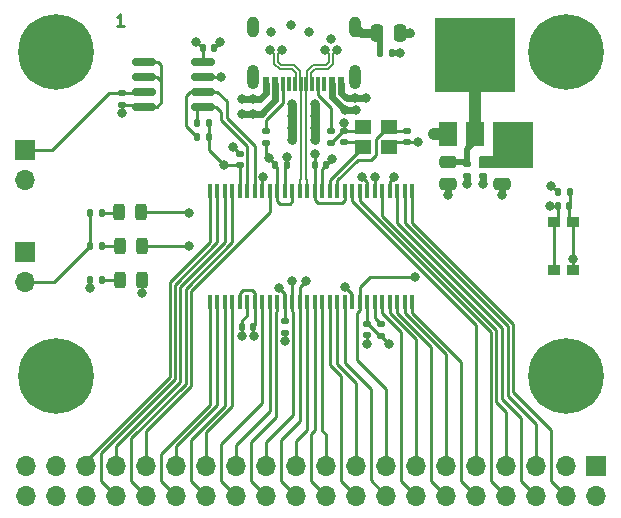
<source format=gbr>
%TF.GenerationSoftware,KiCad,Pcbnew,6.0.11-2627ca5db0~126~ubuntu20.04.1*%
%TF.CreationDate,2023-02-28T17:49:04+07:00*%
%TF.ProjectId,CY7C68013A-56-SSOP,43593743-3638-4303-9133-412d35362d53,rev?*%
%TF.SameCoordinates,Original*%
%TF.FileFunction,Copper,L1,Top*%
%TF.FilePolarity,Positive*%
%FSLAX46Y46*%
G04 Gerber Fmt 4.6, Leading zero omitted, Abs format (unit mm)*
G04 Created by KiCad (PCBNEW 6.0.11-2627ca5db0~126~ubuntu20.04.1) date 2023-02-28 17:49:04*
%MOMM*%
%LPD*%
G01*
G04 APERTURE LIST*
G04 Aperture macros list*
%AMRoundRect*
0 Rectangle with rounded corners*
0 $1 Rounding radius*
0 $2 $3 $4 $5 $6 $7 $8 $9 X,Y pos of 4 corners*
0 Add a 4 corners polygon primitive as box body*
4,1,4,$2,$3,$4,$5,$6,$7,$8,$9,$2,$3,0*
0 Add four circle primitives for the rounded corners*
1,1,$1+$1,$2,$3*
1,1,$1+$1,$4,$5*
1,1,$1+$1,$6,$7*
1,1,$1+$1,$8,$9*
0 Add four rect primitives between the rounded corners*
20,1,$1+$1,$2,$3,$4,$5,0*
20,1,$1+$1,$4,$5,$6,$7,0*
20,1,$1+$1,$6,$7,$8,$9,0*
20,1,$1+$1,$8,$9,$2,$3,0*%
G04 Aperture macros list end*
%ADD10C,0.250000*%
%TA.AperFunction,NonConductor*%
%ADD11C,0.250000*%
%TD*%
%TA.AperFunction,SMDPad,CuDef*%
%ADD12R,1.500000X2.000000*%
%TD*%
%TA.AperFunction,SMDPad,CuDef*%
%ADD13R,3.800000X2.000000*%
%TD*%
%TA.AperFunction,SMDPad,CuDef*%
%ADD14RoundRect,0.140000X-0.140000X-0.170000X0.140000X-0.170000X0.140000X0.170000X-0.140000X0.170000X0*%
%TD*%
%TA.AperFunction,SMDPad,CuDef*%
%ADD15RoundRect,0.135000X0.185000X-0.135000X0.185000X0.135000X-0.185000X0.135000X-0.185000X-0.135000X0*%
%TD*%
%TA.AperFunction,SMDPad,CuDef*%
%ADD16RoundRect,0.140000X-0.170000X0.140000X-0.170000X-0.140000X0.170000X-0.140000X0.170000X0.140000X0*%
%TD*%
%TA.AperFunction,ComponentPad*%
%ADD17C,0.800000*%
%TD*%
%TA.AperFunction,ComponentPad*%
%ADD18C,6.400000*%
%TD*%
%TA.AperFunction,SMDPad,CuDef*%
%ADD19RoundRect,0.250000X0.250000X0.475000X-0.250000X0.475000X-0.250000X-0.475000X0.250000X-0.475000X0*%
%TD*%
%TA.AperFunction,ComponentPad*%
%ADD20R,1.700000X1.700000*%
%TD*%
%TA.AperFunction,ComponentPad*%
%ADD21O,1.700000X1.700000*%
%TD*%
%TA.AperFunction,SMDPad,CuDef*%
%ADD22RoundRect,0.243750X0.243750X0.456250X-0.243750X0.456250X-0.243750X-0.456250X0.243750X-0.456250X0*%
%TD*%
%TA.AperFunction,SMDPad,CuDef*%
%ADD23RoundRect,0.135000X0.135000X0.185000X-0.135000X0.185000X-0.135000X-0.185000X0.135000X-0.185000X0*%
%TD*%
%TA.AperFunction,SMDPad,CuDef*%
%ADD24RoundRect,0.250000X-0.475000X0.250000X-0.475000X-0.250000X0.475000X-0.250000X0.475000X0.250000X0*%
%TD*%
%TA.AperFunction,SMDPad,CuDef*%
%ADD25R,1.400000X1.200000*%
%TD*%
%TA.AperFunction,SMDPad,CuDef*%
%ADD26RoundRect,0.140000X0.140000X0.170000X-0.140000X0.170000X-0.140000X-0.170000X0.140000X-0.170000X0*%
%TD*%
%TA.AperFunction,SMDPad,CuDef*%
%ADD27RoundRect,0.140000X0.170000X-0.140000X0.170000X0.140000X-0.170000X0.140000X-0.170000X-0.140000X0*%
%TD*%
%TA.AperFunction,SMDPad,CuDef*%
%ADD28R,1.000000X0.900000*%
%TD*%
%TA.AperFunction,SMDPad,CuDef*%
%ADD29RoundRect,0.135000X-0.135000X-0.185000X0.135000X-0.185000X0.135000X0.185000X-0.135000X0.185000X0*%
%TD*%
%TA.AperFunction,SMDPad,CuDef*%
%ADD30R,0.400000X1.200000*%
%TD*%
%TA.AperFunction,SMDPad,CuDef*%
%ADD31R,0.600000X1.240000*%
%TD*%
%TA.AperFunction,SMDPad,CuDef*%
%ADD32R,0.300000X1.240000*%
%TD*%
%TA.AperFunction,ComponentPad*%
%ADD33O,1.000000X2.100000*%
%TD*%
%TA.AperFunction,ComponentPad*%
%ADD34O,1.000000X1.800000*%
%TD*%
%TA.AperFunction,SMDPad,CuDef*%
%ADD35RoundRect,0.150000X-0.825000X-0.150000X0.825000X-0.150000X0.825000X0.150000X-0.825000X0.150000X0*%
%TD*%
%TA.AperFunction,ViaPad*%
%ADD36C,0.800000*%
%TD*%
%TA.AperFunction,Conductor*%
%ADD37C,0.800000*%
%TD*%
%TA.AperFunction,Conductor*%
%ADD38C,0.250000*%
%TD*%
%TA.AperFunction,Conductor*%
%ADD39C,0.600000*%
%TD*%
%TA.AperFunction,Conductor*%
%ADD40C,1.000000*%
%TD*%
%TA.AperFunction,Conductor*%
%ADD41C,0.500000*%
%TD*%
%TA.AperFunction,Conductor*%
%ADD42C,0.150000*%
%TD*%
G04 APERTURE END LIST*
D10*
D11*
X124905914Y-81266580D02*
X124334485Y-81266580D01*
X124620200Y-81266580D02*
X124620200Y-80266580D01*
X124524961Y-80409438D01*
X124429723Y-80504676D01*
X124334485Y-80552295D01*
D12*
%TO.P,U3,1,GND*%
%TO.N,GND*%
X152335200Y-90424400D03*
%TO.P,U3,2,VO*%
%TO.N,+3V3*%
X154635200Y-90424400D03*
D13*
X154635200Y-84124400D03*
D12*
%TO.P,U3,3,VI*%
%TO.N,VBUS*%
X156935200Y-90424400D03*
%TD*%
D14*
%TO.P,C12,1*%
%TO.N,+3V3*%
X141074200Y-93065600D03*
%TO.P,C12,2*%
%TO.N,GND*%
X142034200Y-93065600D03*
%TD*%
D15*
%TO.P,R1,1*%
%TO.N,GND*%
X124739400Y-87962200D03*
%TO.P,R1,2*%
%TO.N,Net-(J1-Pad1)*%
X124739400Y-86942200D03*
%TD*%
D12*
%TO.P,U3,1,GND*%
%TO.N,GND*%
X152335200Y-90424400D03*
%TO.P,U3,2,VO*%
%TO.N,+3V3*%
X154635200Y-90424400D03*
D13*
X154635200Y-84124400D03*
D12*
%TO.P,U3,3,VI*%
%TO.N,VBUS*%
X156935200Y-90424400D03*
%TD*%
D16*
%TO.P,C11,1*%
%TO.N,+3V3*%
X145517400Y-106526600D03*
%TO.P,C11,2*%
%TO.N,GND*%
X145517400Y-107486600D03*
%TD*%
D15*
%TO.P,R9,1*%
%TO.N,GND*%
X142470200Y-91174200D03*
%TO.P,R9,2*%
%TO.N,Net-(J5-PadA5)*%
X142470200Y-90154200D03*
%TD*%
D17*
%TO.P,H2,1,1*%
%TO.N,GND*%
X119171800Y-85889324D03*
X117474744Y-85186380D03*
X121571800Y-83489324D03*
X116771800Y-83489324D03*
X120868856Y-81792268D03*
D18*
X119171800Y-83489324D03*
D17*
X117474744Y-81792268D03*
X119171800Y-81089324D03*
X120868856Y-85186380D03*
%TD*%
D15*
%TO.P,R10,1*%
%TO.N,GND*%
X136970200Y-91174200D03*
%TO.P,R10,2*%
%TO.N,Net-(J5-PadB5)*%
X136970200Y-90154200D03*
%TD*%
D18*
%TO.P,H4,1,1*%
%TO.N,GND*%
X119171800Y-110885200D03*
D17*
X117474744Y-109188144D03*
X119171800Y-113285200D03*
X120868856Y-112582256D03*
X117474744Y-112582256D03*
X119171800Y-108485200D03*
X116771800Y-110885200D03*
X121571800Y-110885200D03*
X120868856Y-109188144D03*
%TD*%
D16*
%TO.P,C5,1*%
%TO.N,+3V3*%
X153949400Y-92992000D03*
%TO.P,C5,2*%
%TO.N,GND*%
X153949400Y-93952000D03*
%TD*%
D19*
%TO.P,C15,1*%
%TO.N,GND*%
X148270200Y-81914200D03*
%TO.P,C15,2*%
%TO.N,Earth_Protective*%
X146370200Y-81914200D03*
%TD*%
D20*
%TO.P,J1,1,Pin_1*%
%TO.N,Net-(J1-Pad1)*%
X116535200Y-91816000D03*
D21*
%TO.P,J1,2,Pin_2*%
%TO.N,+3V3*%
X116535200Y-94356000D03*
%TD*%
D17*
%TO.P,H3,1,1*%
%TO.N,GND*%
X159951800Y-83489324D03*
X160654744Y-85186380D03*
X164751800Y-83489324D03*
X162351800Y-85889324D03*
X164048856Y-81792268D03*
D18*
X162351800Y-83489324D03*
D17*
X160654744Y-81792268D03*
X162351800Y-81089324D03*
X164048856Y-85186380D03*
%TD*%
D20*
%TO.P,J2,1,Pin_1*%
%TO.N,+3V3*%
X116535200Y-100452000D03*
D21*
%TO.P,J2,2,Pin_2*%
%TO.N,Net-(J2-Pad2)*%
X116535200Y-102992000D03*
%TD*%
D22*
%TO.P,D3,1,K*%
%TO.N,/PA1*%
X126411900Y-97069240D03*
%TO.P,D3,2,A*%
%TO.N,Net-(D3-Pad2)*%
X124536900Y-97069240D03*
%TD*%
D23*
%TO.P,R8,1*%
%TO.N,GND*%
X147630200Y-83534200D03*
%TO.P,R8,2*%
%TO.N,Earth_Protective*%
X146610200Y-83534200D03*
%TD*%
D20*
%TO.P,J4,1,Pin_1*%
%TO.N,VBUS*%
X164891800Y-118505200D03*
D21*
%TO.P,J4,2,Pin_2*%
%TO.N,GND*%
X164891800Y-121045200D03*
%TO.P,J4,3,Pin_3*%
%TO.N,+3V3*%
X162351800Y-118505200D03*
%TO.P,J4,4,Pin_4*%
%TO.N,/PD5*%
X162351800Y-121045200D03*
%TO.P,J4,5,Pin_5*%
%TO.N,/PD6*%
X159811800Y-118505200D03*
%TO.P,J4,6,Pin_6*%
%TO.N,/PD7*%
X159811800Y-121045200D03*
%TO.P,J4,7,Pin_7*%
%TO.N,/CLKOUT*%
X157271800Y-118505200D03*
%TO.P,J4,8,Pin_8*%
%TO.N,/RDY0*%
X157271800Y-121045200D03*
%TO.P,J4,9,Pin_9*%
%TO.N,/RDY1*%
X154731800Y-118505200D03*
%TO.P,J4,10,Pin_10*%
%TO.N,/PD4*%
X154731800Y-121045200D03*
%TO.P,J4,11,Pin_11*%
%TO.N,/PD3*%
X152191800Y-118505200D03*
%TO.P,J4,12,Pin_12*%
%TO.N,/PD2*%
X152191800Y-121045200D03*
%TO.P,J4,13,Pin_13*%
%TO.N,/PD1*%
X149651800Y-118505200D03*
%TO.P,J4,14,Pin_14*%
%TO.N,/PD0*%
X149651800Y-121045200D03*
%TO.P,J4,15,Pin_15*%
%TO.N,/RST*%
X147111800Y-118505200D03*
%TO.P,J4,16,Pin_16*%
%TO.N,/PA7*%
X147111800Y-121045200D03*
%TO.P,J4,17,Pin_17*%
%TO.N,/PA6*%
X144571800Y-118505200D03*
%TO.P,J4,18,Pin_18*%
%TO.N,/PA5*%
X144571800Y-121045200D03*
%TO.P,J4,19,Pin_19*%
%TO.N,/PA4*%
X142031800Y-118505200D03*
%TO.P,J4,20,Pin_20*%
%TO.N,/PA3*%
X142031800Y-121045200D03*
%TO.P,J4,21,Pin_21*%
%TO.N,/PA2*%
X139491800Y-118505200D03*
%TO.P,J4,22,Pin_22*%
%TO.N,/PA1*%
X139491800Y-121045200D03*
%TO.P,J4,23,Pin_23*%
%TO.N,/PA0*%
X136951800Y-118505200D03*
%TO.P,J4,24,Pin_24*%
%TO.N,/CTL2*%
X136951800Y-121045200D03*
%TO.P,J4,25,Pin_25*%
%TO.N,/CTL1*%
X134411800Y-118505200D03*
%TO.P,J4,26,Pin_26*%
%TO.N,/CTL0*%
X134411800Y-121045200D03*
%TO.P,J4,27,Pin_27*%
%TO.N,/PB7*%
X131871800Y-118505200D03*
%TO.P,J4,28,Pin_28*%
%TO.N,/PB6*%
X131871800Y-121045200D03*
%TO.P,J4,29,Pin_29*%
%TO.N,/PB5*%
X129331800Y-118505200D03*
%TO.P,J4,30,Pin_30*%
%TO.N,/PB4*%
X129331800Y-121045200D03*
%TO.P,J4,31,Pin_31*%
%TO.N,/IFCLK*%
X126791800Y-118505200D03*
%TO.P,J4,32,Pin_32*%
%TO.N,/PB0*%
X126791800Y-121045200D03*
%TO.P,J4,33,Pin_33*%
%TO.N,/PB1*%
X124251800Y-118505200D03*
%TO.P,J4,34,Pin_34*%
%TO.N,/PB2*%
X124251800Y-121045200D03*
%TO.P,J4,35,Pin_35*%
%TO.N,/PB3*%
X121711800Y-118505200D03*
%TO.P,J4,36,Pin_36*%
%TO.N,unconnected-(J4-Pad36)*%
X121711800Y-121045200D03*
%TO.P,J4,37,Pin_37*%
%TO.N,+3V3*%
X119171800Y-118505200D03*
%TO.P,J4,38,Pin_38*%
%TO.N,GND*%
X119171800Y-121045200D03*
%TO.P,J4,39,Pin_39*%
%TO.N,+3V3*%
X116631800Y-118505200D03*
%TO.P,J4,40,Pin_40*%
%TO.N,GND*%
X116631800Y-121045200D03*
%TD*%
D14*
%TO.P,C9,1*%
%TO.N,+3V3*%
X134902000Y-106781600D03*
%TO.P,C9,2*%
%TO.N,GND*%
X135862000Y-106781600D03*
%TD*%
D24*
%TO.P,C1,1*%
%TO.N,VBUS*%
X156935200Y-92801400D03*
%TO.P,C1,2*%
%TO.N,GND*%
X156935200Y-94701400D03*
%TD*%
D22*
%TO.P,D1,1,K*%
%TO.N,GND*%
X126442700Y-102758840D03*
%TO.P,D1,2,A*%
%TO.N,Net-(D1-Pad2)*%
X124567700Y-102758840D03*
%TD*%
D23*
%TO.P,R3,1*%
%TO.N,+3V3*%
X132107400Y-89535000D03*
%TO.P,R3,2*%
%TO.N,Net-(R3-Pad2)*%
X131087400Y-89535000D03*
%TD*%
D25*
%TO.P,Y1,1,1*%
%TO.N,Net-(C4-Pad2)*%
X147345200Y-89814200D03*
%TO.P,Y1,2,2*%
%TO.N,GND*%
X145145200Y-89814200D03*
%TO.P,Y1,3,3*%
%TO.N,Net-(C3-Pad2)*%
X145145200Y-91514200D03*
%TO.P,Y1,4,4*%
%TO.N,GND*%
X147345200Y-91514200D03*
%TD*%
D15*
%TO.P,R11,1*%
%TO.N,+3V3*%
X146670200Y-107524200D03*
%TO.P,R11,2*%
%TO.N,Net-(U1-Pad51)*%
X146670200Y-106504200D03*
%TD*%
D26*
%TO.P,C6,1*%
%TO.N,+3V3*%
X138706800Y-93065600D03*
%TO.P,C6,2*%
%TO.N,GND*%
X137746800Y-93065600D03*
%TD*%
D16*
%TO.P,C2,1*%
%TO.N,VBUS*%
X155321000Y-92989400D03*
%TO.P,C2,2*%
%TO.N,GND*%
X155321000Y-93949400D03*
%TD*%
D17*
%TO.P,H1,1,1*%
%TO.N,GND*%
X162351800Y-108485200D03*
D18*
X162351800Y-110885200D03*
D17*
X162351800Y-113285200D03*
X160654744Y-109188144D03*
X160654744Y-112582256D03*
X159951800Y-110885200D03*
X164048856Y-112582256D03*
X164751800Y-110885200D03*
X164048856Y-109188144D03*
%TD*%
D23*
%TO.P,R5,1*%
%TO.N,/RST*%
X162663600Y-95377000D03*
%TO.P,R5,2*%
%TO.N,+3V3*%
X161643600Y-95377000D03*
%TD*%
D27*
%TO.P,C4,2*%
%TO.N,Net-(C4-Pad2)*%
X148895200Y-90184200D03*
%TO.P,C4,1*%
%TO.N,GND*%
X148895200Y-91144200D03*
%TD*%
D28*
%TO.P,SW1,1,1*%
%TO.N,GND*%
X161353600Y-97848200D03*
X161353600Y-101948200D03*
%TO.P,SW1,2,2*%
%TO.N,/RST*%
X162953600Y-97848200D03*
X162953600Y-101948200D03*
%TD*%
D29*
%TO.P,R4,1*%
%TO.N,+3V3*%
X122035200Y-102764200D03*
%TO.P,R4,2*%
%TO.N,Net-(D1-Pad2)*%
X123055200Y-102764200D03*
%TD*%
D23*
%TO.P,R7,1*%
%TO.N,Net-(D3-Pad2)*%
X123055200Y-97074200D03*
%TO.P,R7,2*%
%TO.N,Net-(J2-Pad2)*%
X122035200Y-97074200D03*
%TD*%
D30*
%TO.P,U1,1,PD5/FD13*%
%TO.N,/PD5*%
X149339300Y-95249000D03*
%TO.P,U1,2,PD6/FD14*%
%TO.N,/PD6*%
X148704300Y-95249000D03*
%TO.P,U1,3,PD7/FD15*%
%TO.N,/PD7*%
X148069300Y-95249000D03*
%TO.P,U1,4,GND*%
%TO.N,GND*%
X147434300Y-95249000D03*
%TO.P,U1,5,CLKOUT*%
%TO.N,/CLKOUT*%
X146799300Y-95249000D03*
%TO.P,U1,6,VCC*%
%TO.N,+3V3*%
X146164300Y-95249000D03*
%TO.P,U1,7,GND*%
%TO.N,GND*%
X145529300Y-95249000D03*
%TO.P,U1,8,RDY0/SLRD*%
%TO.N,/RDY0*%
X144894300Y-95249000D03*
%TO.P,U1,9,RDY1/SLWR*%
%TO.N,/RDY1*%
X144259300Y-95249000D03*
%TO.P,U1,10,AVCC*%
%TO.N,+3V3*%
X143624300Y-95249000D03*
%TO.P,U1,11,XTALOUT*%
%TO.N,Net-(C4-Pad2)*%
X142989300Y-95249000D03*
%TO.P,U1,12,XTALIN*%
%TO.N,Net-(C3-Pad2)*%
X142354300Y-95249000D03*
%TO.P,U1,13,AGND*%
%TO.N,GND*%
X141719300Y-95249000D03*
%TO.P,U1,14,AVCC*%
%TO.N,+3V3*%
X141084300Y-95249000D03*
%TO.P,U1,15,DPLUS*%
%TO.N,/D+*%
X140449300Y-95249000D03*
%TO.P,U1,16,DMINUS*%
%TO.N,/D-*%
X139814300Y-95249000D03*
%TO.P,U1,17,AGND*%
%TO.N,GND*%
X139179300Y-95249000D03*
%TO.P,U1,18,VCC*%
%TO.N,+3V3*%
X138544300Y-95249000D03*
%TO.P,U1,19,GND*%
%TO.N,GND*%
X137909300Y-95249000D03*
%TO.P,U1,20,IFCLK*%
%TO.N,/IFCLK*%
X137274300Y-95249000D03*
%TO.P,U1,21,RESERVED*%
%TO.N,GND*%
X136639300Y-95249000D03*
%TO.P,U1,22,SCL*%
%TO.N,Net-(R2-Pad2)*%
X136004300Y-95249000D03*
%TO.P,U1,23,SDA*%
%TO.N,Net-(R3-Pad2)*%
X135369300Y-95249000D03*
%TO.P,U1,24,VCC*%
%TO.N,+3V3*%
X134734300Y-95249000D03*
%TO.P,U1,25,PB0/FD0*%
%TO.N,/PB0*%
X134099300Y-95249000D03*
%TO.P,U1,26,PB1/FD1*%
%TO.N,/PB1*%
X133464300Y-95249000D03*
%TO.P,U1,27,PB2/FD2*%
%TO.N,/PB2*%
X132829300Y-95249000D03*
%TO.P,U1,28,PB3/FD3*%
%TO.N,/PB3*%
X132194300Y-95249000D03*
%TO.P,U1,29,PB4/FD4*%
%TO.N,/PB4*%
X132194300Y-104649000D03*
%TO.P,U1,30,PB5/FD5*%
%TO.N,/PB5*%
X132829300Y-104649000D03*
%TO.P,U1,31,PB6/FD6*%
%TO.N,/PB6*%
X133464300Y-104649000D03*
%TO.P,U1,32,PB7/FD7*%
%TO.N,/PB7*%
X134099300Y-104649000D03*
%TO.P,U1,33,GND*%
%TO.N,GND*%
X134734300Y-104649000D03*
%TO.P,U1,34,VCC*%
%TO.N,+3V3*%
X135369300Y-104649000D03*
%TO.P,U1,35,GND*%
%TO.N,GND*%
X136004300Y-104649000D03*
%TO.P,U1,36,CTL0/FLAGA*%
%TO.N,/CTL0*%
X136639300Y-104649000D03*
%TO.P,U1,37,CTL1/FLAGB*%
%TO.N,/CTL1*%
X137274300Y-104649000D03*
%TO.P,U1,38,CTL2/FLAGC*%
%TO.N,/CTL2*%
X137909300Y-104649000D03*
%TO.P,U1,39,VCC*%
%TO.N,+3V3*%
X138544300Y-104649000D03*
%TO.P,U1,40,PA0/INT0#*%
%TO.N,/PA0*%
X139179300Y-104649000D03*
%TO.P,U1,41,PA1/INT1#*%
%TO.N,/PA1*%
X139814300Y-104649000D03*
%TO.P,U1,42,PA2/SLOE*%
%TO.N,/PA2*%
X140449300Y-104649000D03*
%TO.P,U1,43,PA3/WU2*%
%TO.N,/PA3*%
X141084300Y-104649000D03*
%TO.P,U1,44,PA4/FIFOADR0*%
%TO.N,/PA4*%
X141719300Y-104649000D03*
%TO.P,U1,45,PA5/FIFOADR1*%
%TO.N,/PA5*%
X142354300Y-104649000D03*
%TO.P,U1,46,PA6/PKTEND*%
%TO.N,/PA6*%
X142989300Y-104649000D03*
%TO.P,U1,47,PA7/FLAGD/SLCS#*%
%TO.N,/PA7*%
X143624300Y-104649000D03*
%TO.P,U1,48,GND*%
%TO.N,GND*%
X144259300Y-104649000D03*
%TO.P,U1,49,RESET#*%
%TO.N,/RST*%
X144894300Y-104649000D03*
%TO.P,U1,50,VCC*%
%TO.N,+3V3*%
X145529300Y-104649000D03*
%TO.P,U1,51,WAKEUP*%
%TO.N,Net-(U1-Pad51)*%
X146164300Y-104649000D03*
%TO.P,U1,52,PD0/FD8*%
%TO.N,/PD0*%
X146799300Y-104649000D03*
%TO.P,U1,53,PD1/FD9*%
%TO.N,/PD1*%
X147434300Y-104649000D03*
%TO.P,U1,54,PD2/FD10*%
%TO.N,/PD2*%
X148069300Y-104649000D03*
%TO.P,U1,55,PD3/FD11*%
%TO.N,/PD3*%
X148704300Y-104649000D03*
%TO.P,U1,56,PD4/FD12*%
%TO.N,/PD4*%
X149339300Y-104649000D03*
%TD*%
D14*
%TO.P,C10,1*%
%TO.N,+3V3*%
X131597400Y-83185000D03*
%TO.P,C10,2*%
%TO.N,GND*%
X132557400Y-83185000D03*
%TD*%
D26*
%TO.P,C13,1*%
%TO.N,/RST*%
X162633600Y-96520000D03*
%TO.P,C13,2*%
%TO.N,GND*%
X161673600Y-96520000D03*
%TD*%
D23*
%TO.P,R2,1*%
%TO.N,+3V3*%
X132107400Y-90703400D03*
%TO.P,R2,2*%
%TO.N,Net-(R2-Pad2)*%
X131087400Y-90703400D03*
%TD*%
D16*
%TO.P,C3,2*%
%TO.N,Net-(C3-Pad2)*%
X143570200Y-91144200D03*
%TO.P,C3,1*%
%TO.N,GND*%
X143570200Y-90184200D03*
%TD*%
%TO.P,C7,1*%
%TO.N,+3V3*%
X138531600Y-106301600D03*
%TO.P,C7,2*%
%TO.N,GND*%
X138531600Y-107261600D03*
%TD*%
D31*
%TO.P,J5,A1,GND*%
%TO.N,GND*%
X143331800Y-86179200D03*
%TO.P,J5,A4,VBUS*%
%TO.N,VBUS*%
X142531800Y-86179200D03*
D32*
%TO.P,J5,A5,CC1*%
%TO.N,Net-(J5-PadA5)*%
X141381800Y-86179200D03*
%TO.P,J5,A6,D+*%
%TO.N,/D+*%
X140381800Y-86179200D03*
%TO.P,J5,A7,D-*%
%TO.N,/D-*%
X139881800Y-86179200D03*
%TO.P,J5,A8,SBU1*%
%TO.N,unconnected-(J5-PadA8)*%
X138881800Y-86179200D03*
D31*
%TO.P,J5,A9,VBUS*%
%TO.N,VBUS*%
X137731800Y-86179200D03*
%TO.P,J5,A12,GND*%
%TO.N,GND*%
X136931800Y-86179200D03*
%TO.P,J5,B1,GND*%
X136931800Y-86179200D03*
%TO.P,J5,B4,VBUS*%
%TO.N,VBUS*%
X137731800Y-86179200D03*
D32*
%TO.P,J5,B5,CC2*%
%TO.N,Net-(J5-PadB5)*%
X138381800Y-86179200D03*
%TO.P,J5,B6,D+*%
%TO.N,/D+*%
X139381800Y-86179200D03*
%TO.P,J5,B7,D-*%
%TO.N,/D-*%
X140881800Y-86179200D03*
%TO.P,J5,B8,SBU2*%
%TO.N,unconnected-(J5-PadB8)*%
X141881800Y-86179200D03*
D31*
%TO.P,J5,B9,VBUS*%
%TO.N,VBUS*%
X142531800Y-86179200D03*
%TO.P,J5,B12,GND*%
%TO.N,GND*%
X143331800Y-86179200D03*
D33*
%TO.P,J5,S1,SHIELD*%
%TO.N,Earth_Protective*%
X144451800Y-85579200D03*
X135811800Y-85579200D03*
D34*
X135811800Y-81379200D03*
X144451800Y-81379200D03*
%TD*%
D23*
%TO.P,R6,1*%
%TO.N,Net-(D2-Pad2)*%
X123055200Y-99924200D03*
%TO.P,R6,2*%
%TO.N,Net-(J2-Pad2)*%
X122035200Y-99924200D03*
%TD*%
D35*
%TO.P,U2,1,A0*%
%TO.N,GND*%
X126658600Y-84302600D03*
%TO.P,U2,2,A1*%
X126658600Y-85572600D03*
%TO.P,U2,3,A2*%
%TO.N,Net-(J1-Pad1)*%
X126658600Y-86842600D03*
%TO.P,U2,4,GND*%
%TO.N,GND*%
X126658600Y-88112600D03*
%TO.P,U2,5,SDA*%
%TO.N,Net-(R3-Pad2)*%
X131608600Y-88112600D03*
%TO.P,U2,6,SCL*%
%TO.N,Net-(R2-Pad2)*%
X131608600Y-86842600D03*
%TO.P,U2,7,WP*%
%TO.N,GND*%
X131608600Y-85572600D03*
%TO.P,U2,8,VCC*%
%TO.N,+3V3*%
X131608600Y-84302600D03*
%TD*%
D27*
%TO.P,C14,1*%
%TO.N,+3V3*%
X134747000Y-93065600D03*
%TO.P,C14,2*%
%TO.N,GND*%
X134747000Y-92105600D03*
%TD*%
D24*
%TO.P,C8,1*%
%TO.N,+3V3*%
X152335200Y-92801400D03*
%TO.P,C8,2*%
%TO.N,GND*%
X152335200Y-94701400D03*
%TD*%
D22*
%TO.P,D2,1,K*%
%TO.N,/PA0*%
X126442700Y-99924200D03*
%TO.P,D2,2,A*%
%TO.N,Net-(D2-Pad2)*%
X124567700Y-99924200D03*
%TD*%
D36*
%TO.N,GND*%
X143570200Y-89514200D03*
X149820200Y-91114200D03*
%TO.N,VBUS*%
X143620200Y-88389200D03*
X144574833Y-88408211D03*
X158520200Y-91714200D03*
X158520200Y-90689200D03*
X134920200Y-88714200D03*
X135820200Y-88714200D03*
%TO.N,GND*%
X141095200Y-90914200D03*
X151180800Y-90424000D03*
X139170200Y-90914200D03*
X144470200Y-87414200D03*
X137370200Y-81764200D03*
X155321000Y-94640400D03*
X133170200Y-85564200D03*
X126445200Y-103894200D03*
X141095200Y-89914200D03*
X138531600Y-107924600D03*
X133096000Y-82651600D03*
X139070200Y-81214200D03*
X153949400Y-94640400D03*
X135898903Y-107492800D03*
X143611600Y-103352600D03*
X139170200Y-87914200D03*
X156921200Y-95605600D03*
X140570200Y-81764200D03*
X147769137Y-94057925D03*
X139170200Y-89914200D03*
X160985200Y-96520000D03*
X135820200Y-87439200D03*
X134920200Y-87439200D03*
X141095200Y-87914200D03*
X145395200Y-87414200D03*
X145520200Y-108189200D03*
X136728800Y-94056200D03*
X142470200Y-82364200D03*
X139170200Y-88914200D03*
X145059400Y-94049498D03*
X148295200Y-83539200D03*
X142570200Y-92514200D03*
X141095200Y-88914200D03*
X134162800Y-91541600D03*
X149170200Y-81914200D03*
X152323800Y-95605600D03*
X137245200Y-92489200D03*
X124739400Y-88620600D03*
%TO.N,+3V3*%
X156135200Y-81356200D03*
X131038600Y-82626200D03*
X146151600Y-94081600D03*
X134899400Y-107492800D03*
X156135200Y-82356200D03*
X161112200Y-94818200D03*
X153135200Y-81356200D03*
X122035200Y-103494200D03*
X141071600Y-92125800D03*
X133426200Y-93065600D03*
X154635200Y-82356200D03*
X138709400Y-92354400D03*
X138049000Y-103449498D03*
X154635200Y-81356200D03*
X153135200Y-82356200D03*
X147345200Y-108214200D03*
%TO.N,/RST*%
X162941000Y-101041200D03*
X149580600Y-102514400D03*
%TO.N,/D-*%
X142970200Y-83303033D03*
X138320200Y-83314200D03*
%TO.N,/D+*%
X141970200Y-83303033D03*
X137320200Y-83314200D03*
%TO.N,/PA0*%
X139166600Y-102870000D03*
X130429000Y-99923600D03*
%TO.N,/PA1*%
X130429000Y-97078800D03*
X140309600Y-102870000D03*
%TD*%
D37*
%TO.N,GND*%
X141095200Y-87914200D02*
X141095200Y-90914200D01*
D38*
X145145200Y-89814200D02*
X144775200Y-90184200D01*
X144775200Y-90184200D02*
X143570200Y-90184200D01*
X143460200Y-90184200D02*
X142470200Y-91174200D01*
X143570200Y-90184200D02*
X143460200Y-90184200D01*
X143570200Y-90184200D02*
X143570200Y-89514200D01*
%TO.N,Net-(C3-Pad2)*%
X145145200Y-91514200D02*
X144775200Y-91144200D01*
X144775200Y-91144200D02*
X143570200Y-91144200D01*
X142354300Y-95249000D02*
X142354300Y-94305100D01*
X142354300Y-94305100D02*
X145145200Y-91514200D01*
%TO.N,Net-(C4-Pad2)*%
X142989300Y-94345100D02*
X144720200Y-92614200D01*
X144720200Y-92614200D02*
X145845200Y-92614200D01*
X148895200Y-90184200D02*
X147715200Y-90184200D01*
X147715200Y-90184200D02*
X147345200Y-89814200D01*
X142989300Y-95249000D02*
X142989300Y-94345100D01*
X145845200Y-92614200D02*
X146245200Y-92214200D01*
X146245200Y-92214200D02*
X146245200Y-90839200D01*
X146245200Y-90839200D02*
X147270200Y-89814200D01*
X147270200Y-89814200D02*
X147345200Y-89814200D01*
%TO.N,GND*%
X149790200Y-91144200D02*
X149820200Y-91114200D01*
X147715200Y-91144200D02*
X148895200Y-91144200D01*
X148895200Y-91144200D02*
X149790200Y-91144200D01*
X147345200Y-91514200D02*
X147715200Y-91144200D01*
D37*
X139170200Y-87914200D02*
X139170200Y-90914200D01*
D39*
%TO.N,VBUS*%
X142531800Y-86179200D02*
X142531800Y-87300800D01*
X137731800Y-87577600D02*
X136820200Y-88489200D01*
X136820200Y-88489200D02*
X136595200Y-88714200D01*
X135820200Y-88714200D02*
X134920200Y-88714200D01*
X142531800Y-87300800D02*
X143620200Y-88389200D01*
X143620200Y-88389200D02*
X144555822Y-88389200D01*
X144555822Y-88389200D02*
X144574833Y-88408211D01*
X136595200Y-88714200D02*
X135820200Y-88714200D01*
X137731800Y-86179200D02*
X137731800Y-87577600D01*
D38*
%TO.N,GND*%
X128092200Y-84607400D02*
X128092200Y-85953600D01*
X124739400Y-87962200D02*
X126508200Y-87962200D01*
X134734300Y-103898700D02*
X134975600Y-103657400D01*
X134747000Y-92105600D02*
X134726800Y-92105600D01*
X137909300Y-95249000D02*
X137909300Y-93228100D01*
D39*
X143820200Y-87414200D02*
X144470200Y-87414200D01*
D38*
X133161800Y-85572600D02*
X133170200Y-85564200D01*
X144259300Y-104000300D02*
X143611600Y-103352600D01*
X147434300Y-95249000D02*
X147434300Y-94392762D01*
X136639300Y-94145700D02*
X136728800Y-94056200D01*
X145517400Y-108186400D02*
X145520200Y-108189200D01*
X147434300Y-94392762D02*
X147769137Y-94057925D01*
X126442700Y-102758840D02*
X126442700Y-103891700D01*
D39*
X144470200Y-87414200D02*
X145395200Y-87414200D01*
D38*
X134975600Y-103657400D02*
X135788400Y-103657400D01*
X136970200Y-91174200D02*
X136970200Y-92214200D01*
X161673600Y-97528200D02*
X161353600Y-97848200D01*
X128092200Y-87757000D02*
X127736600Y-88112600D01*
D39*
X153949400Y-93952000D02*
X153949400Y-94640400D01*
D38*
X142034200Y-93065600D02*
X142034200Y-93050200D01*
X139179300Y-95249000D02*
X139179300Y-96099000D01*
D39*
X143331800Y-86179200D02*
X143331800Y-86925800D01*
D38*
X136004300Y-106639300D02*
X135862000Y-106781600D01*
X131608600Y-85572600D02*
X133161800Y-85572600D01*
X145517400Y-107486600D02*
X145517400Y-108186400D01*
X136970200Y-92214200D02*
X137245200Y-92489200D01*
D39*
X136931800Y-86179200D02*
X136931800Y-86952600D01*
D38*
X134726800Y-92105600D02*
X134162800Y-91541600D01*
X127711200Y-85572600D02*
X128092200Y-85953600D01*
X132562600Y-83185000D02*
X133096000Y-82651600D01*
X135862000Y-106781600D02*
X135862000Y-107455897D01*
X141719300Y-95249000D02*
X141719300Y-93380500D01*
D39*
X143595200Y-87189200D02*
X143820200Y-87414200D01*
X152335200Y-95594200D02*
X152323800Y-95605600D01*
D38*
X138162100Y-96316800D02*
X137909300Y-96064000D01*
X126508200Y-87962200D02*
X126658600Y-88112600D01*
D40*
X151181200Y-90424400D02*
X151180800Y-90424000D01*
D38*
X144259300Y-104649000D02*
X144259300Y-104000300D01*
X126442700Y-103891700D02*
X126445200Y-103894200D01*
X128092200Y-85953600D02*
X128092200Y-87757000D01*
X145529300Y-94519398D02*
X145059400Y-94049498D01*
D39*
X136445200Y-87439200D02*
X135820200Y-87439200D01*
D38*
X137909300Y-93228100D02*
X137746800Y-93065600D01*
D39*
X136931800Y-86952600D02*
X136795200Y-87089200D01*
D38*
X135862000Y-107455897D02*
X135898903Y-107492800D01*
X161673600Y-96520000D02*
X160985200Y-96520000D01*
X126658600Y-84302600D02*
X127787400Y-84302600D01*
X137909300Y-96064000D02*
X137909300Y-95249000D01*
X136004300Y-103873300D02*
X136004300Y-104649000D01*
X138961500Y-96316800D02*
X138162100Y-96316800D01*
X134734300Y-104649000D02*
X134734300Y-103898700D01*
D39*
X136795200Y-87089200D02*
X136445200Y-87439200D01*
D38*
X145529300Y-95249000D02*
X145529300Y-94519398D01*
X161353600Y-101948200D02*
X161353600Y-97848200D01*
D39*
X135820200Y-87439200D02*
X134920200Y-87439200D01*
D38*
X126658600Y-85572600D02*
X127711200Y-85572600D01*
X139179300Y-96099000D02*
X138961500Y-96316800D01*
X136004300Y-104649000D02*
X136004300Y-106639300D01*
D39*
X143331800Y-86925800D02*
X143595200Y-87189200D01*
D38*
X141719300Y-93380500D02*
X142034200Y-93065600D01*
D39*
X156935200Y-95591600D02*
X156921200Y-95605600D01*
D38*
X161673600Y-96520000D02*
X161673600Y-97528200D01*
X138531600Y-107261600D02*
X138531600Y-107924600D01*
X142034200Y-93050200D02*
X142570200Y-92514200D01*
X127736600Y-88112600D02*
X126658600Y-88112600D01*
X127787400Y-84302600D02*
X128092200Y-84607400D01*
D39*
X156935200Y-94701400D02*
X156935200Y-95591600D01*
X155321000Y-93949400D02*
X155321000Y-94640400D01*
D38*
X124739400Y-87962200D02*
X124739400Y-88620600D01*
X137746800Y-93065600D02*
X137746800Y-92990800D01*
X132557400Y-83185000D02*
X132562600Y-83185000D01*
X137746800Y-92990800D02*
X137245200Y-92489200D01*
D41*
X147630200Y-83534200D02*
X148290200Y-83534200D01*
D38*
X135788400Y-103657400D02*
X136004300Y-103873300D01*
D41*
X148290200Y-83534200D02*
X148295200Y-83539200D01*
D38*
X136639300Y-95249000D02*
X136639300Y-94145700D01*
D40*
X152335200Y-90424400D02*
X151181200Y-90424400D01*
D39*
X152335200Y-94701400D02*
X152335200Y-95594200D01*
D37*
X148270200Y-81914200D02*
X149170200Y-81914200D01*
D38*
%TO.N,+3V3*%
X132107400Y-91746800D02*
X133426200Y-93065600D01*
X131597400Y-83185000D02*
X131597400Y-84291400D01*
X146670200Y-107524200D02*
X146670200Y-107539200D01*
X145517400Y-106526600D02*
X145517400Y-104660900D01*
X138544300Y-93228100D02*
X138706800Y-93065600D01*
X141074200Y-92128400D02*
X141071600Y-92125800D01*
X161643600Y-95349600D02*
X161112200Y-94818200D01*
X141074200Y-95238900D02*
X141084300Y-95249000D01*
X134902000Y-106781600D02*
X134902000Y-107490200D01*
X138706800Y-92357000D02*
X138709400Y-92354400D01*
D41*
X153758800Y-92801400D02*
X153949400Y-92992000D01*
D38*
X146605200Y-107524200D02*
X146670200Y-107524200D01*
X138544300Y-106288900D02*
X138531600Y-106301600D01*
X145517400Y-106526600D02*
X145607600Y-106526600D01*
X161643600Y-95377000D02*
X161643600Y-95349600D01*
X134902000Y-106781600D02*
X134902000Y-106220200D01*
D41*
X153949400Y-91694000D02*
X154635200Y-91008200D01*
D38*
X132107400Y-90703400D02*
X132107400Y-91746800D01*
X138706800Y-93065600D02*
X138706800Y-92357000D01*
X138544300Y-95249000D02*
X138544300Y-93228100D01*
X138544300Y-103944798D02*
X138049000Y-103449498D01*
X146164300Y-94094300D02*
X146151600Y-94081600D01*
X143624300Y-96010100D02*
X143370200Y-96264200D01*
X135369300Y-105752900D02*
X135369300Y-104649000D01*
X143370200Y-96264200D02*
X141345200Y-96264200D01*
X141345200Y-96264200D02*
X141084300Y-96003300D01*
X146670200Y-107539200D02*
X147345200Y-108214200D01*
X138544300Y-104649000D02*
X138544300Y-103944798D01*
X143624300Y-95249000D02*
X143624300Y-96010100D01*
X132107400Y-90703400D02*
X132107400Y-89535000D01*
X131597400Y-83185000D02*
X131038600Y-82626200D01*
X134734300Y-95249000D02*
X134734300Y-93078300D01*
X141074200Y-93065600D02*
X141074200Y-92128400D01*
X145517400Y-104660900D02*
X145529300Y-104649000D01*
X145607600Y-106526600D02*
X146605200Y-107524200D01*
X134902000Y-106220200D02*
X135369300Y-105752900D01*
X134902000Y-107490200D02*
X134899400Y-107492800D01*
D41*
X153949400Y-92992000D02*
X153949400Y-91694000D01*
X152335200Y-92801400D02*
X153758800Y-92801400D01*
D38*
X122035200Y-102764200D02*
X122035200Y-103494200D01*
X131597400Y-84291400D02*
X131608600Y-84302600D01*
X133426200Y-93065600D02*
X134747000Y-93065600D01*
X134734300Y-93078300D02*
X134747000Y-93065600D01*
X141074200Y-93065600D02*
X141074200Y-95238900D01*
X141084300Y-96003300D02*
X141084300Y-95249000D01*
X138544300Y-104649000D02*
X138544300Y-106288900D01*
X146164300Y-95249000D02*
X146164300Y-94094300D01*
D40*
X154635200Y-90424400D02*
X154635200Y-84124400D01*
D41*
X154635200Y-91008200D02*
X154635200Y-90424400D01*
D38*
%TO.N,/RST*%
X144894300Y-105358100D02*
X144678400Y-105574000D01*
X162663600Y-96490000D02*
X162633600Y-96520000D01*
X144894300Y-103365300D02*
X145745200Y-102514400D01*
X162633600Y-97528200D02*
X162953600Y-97848200D01*
X144678400Y-105574000D02*
X144678400Y-109601000D01*
X144678400Y-109601000D02*
X147111800Y-112034400D01*
X145745200Y-102514400D02*
X149580600Y-102514400D01*
X147111800Y-112034400D02*
X147111800Y-118505200D01*
X162953600Y-101028600D02*
X162941000Y-101041200D01*
X162663600Y-95377000D02*
X162663600Y-96490000D01*
X144894300Y-104649000D02*
X144894300Y-105358100D01*
X162941000Y-101041200D02*
X162941000Y-101935600D01*
X144894300Y-104649000D02*
X144894300Y-103365300D01*
X162633600Y-96520000D02*
X162633600Y-97528200D01*
X162941000Y-101935600D02*
X162953600Y-101948200D01*
X162953600Y-97848200D02*
X162953600Y-101028600D01*
D41*
%TO.N,Earth_Protective*%
X146610200Y-83534200D02*
X146610200Y-82154200D01*
D37*
X144986800Y-81914200D02*
X146370200Y-81914200D01*
X144451800Y-81379200D02*
X144986800Y-81914200D01*
D41*
X146610200Y-82154200D02*
X146370200Y-81914200D01*
D38*
%TO.N,Net-(D1-Pad2)*%
X123055200Y-102764200D02*
X124562340Y-102764200D01*
X124562340Y-102764200D02*
X124567700Y-102758840D01*
%TO.N,Net-(J2-Pad2)*%
X118967400Y-102992000D02*
X122035200Y-99924200D01*
X116535200Y-102992000D02*
X118967400Y-102992000D01*
X122035200Y-99924200D02*
X122035200Y-97074200D01*
%TO.N,Net-(D2-Pad2)*%
X123055200Y-99924200D02*
X124567700Y-99924200D01*
%TO.N,Net-(D3-Pad2)*%
X124531940Y-97074200D02*
X124536900Y-97069240D01*
X123055200Y-97074200D02*
X124531940Y-97074200D01*
%TO.N,Net-(J1-Pad1)*%
X124739400Y-86942200D02*
X126559000Y-86942200D01*
X116535200Y-91816000D02*
X118826200Y-91816000D01*
X126559000Y-86942200D02*
X126658600Y-86842600D01*
X123700000Y-86942200D02*
X124739400Y-86942200D01*
X118826200Y-91816000D02*
X123700000Y-86942200D01*
D42*
%TO.N,/D-*%
X137995200Y-83639200D02*
X138320200Y-83314200D01*
X142645200Y-84486688D02*
X142645200Y-83628033D01*
X139956800Y-87184201D02*
X139956800Y-94206499D01*
X137995200Y-84341712D02*
X137995200Y-83639200D01*
X139806800Y-85103312D02*
X139292688Y-84589200D01*
X139292688Y-84589200D02*
X138242688Y-84589200D01*
X139881800Y-87109201D02*
X139956800Y-87184201D01*
X139814300Y-94348999D02*
X139814300Y-95249000D01*
X139881800Y-85709200D02*
X139806800Y-85634200D01*
X140806800Y-85225088D02*
X141092688Y-84939200D01*
X140806800Y-85634200D02*
X140806800Y-85225088D01*
X138242688Y-84589200D02*
X137995200Y-84341712D01*
X139956800Y-94206499D02*
X139814300Y-94348999D01*
X142192688Y-84939200D02*
X142645200Y-84486688D01*
X140881800Y-85709200D02*
X140806800Y-85634200D01*
X140881800Y-86179200D02*
X140881800Y-85709200D01*
X139881800Y-86179200D02*
X139881800Y-87109201D01*
X139881800Y-86179200D02*
X139881800Y-85709200D01*
X142645200Y-83628033D02*
X142970200Y-83303033D01*
X139806800Y-85634200D02*
X139806800Y-85103312D01*
X141092688Y-84939200D02*
X142192688Y-84939200D01*
%TO.N,/D+*%
X140306800Y-87184201D02*
X140306800Y-94206499D01*
X140381800Y-86179200D02*
X140381800Y-85709200D01*
X139456800Y-85248288D02*
X139147712Y-84939200D01*
X142047712Y-84589200D02*
X142295200Y-84341712D01*
X140456800Y-85634200D02*
X140456800Y-85080112D01*
X139147712Y-84939200D02*
X138097712Y-84939200D01*
X137645200Y-83639200D02*
X137320200Y-83314200D01*
X139381800Y-86179200D02*
X139381800Y-85709200D01*
X139381800Y-85709200D02*
X139456800Y-85634200D01*
X142295200Y-83628033D02*
X141970200Y-83303033D01*
X140306800Y-94206499D02*
X140449300Y-94348999D01*
X138097712Y-84939200D02*
X137645200Y-84486688D01*
X140456800Y-85080112D02*
X140947712Y-84589200D01*
X140381800Y-86179200D02*
X140381800Y-87109201D01*
X140947712Y-84589200D02*
X142047712Y-84589200D01*
X142295200Y-84341712D02*
X142295200Y-83628033D01*
X140381800Y-87109201D02*
X140306800Y-87184201D01*
X140449300Y-94348999D02*
X140449300Y-95249000D01*
X137645200Y-84486688D02*
X137645200Y-83639200D01*
X140381800Y-85709200D02*
X140456800Y-85634200D01*
X139456800Y-85634200D02*
X139456800Y-85248288D01*
D38*
%TO.N,Net-(R2-Pad2)*%
X136004300Y-91448300D02*
X133620200Y-89064200D01*
X130149600Y-89765600D02*
X130149600Y-87249000D01*
X136004300Y-95249000D02*
X136004300Y-91448300D01*
X132798600Y-86842600D02*
X131608600Y-86842600D01*
X130556000Y-86842600D02*
X131608600Y-86842600D01*
X133620200Y-89064200D02*
X133620200Y-87664200D01*
X131087400Y-90703400D02*
X130149600Y-89765600D01*
X130149600Y-87249000D02*
X130556000Y-86842600D01*
X133620200Y-87664200D02*
X132798600Y-86842600D01*
%TO.N,Net-(R3-Pad2)*%
X132743600Y-88112600D02*
X131608600Y-88112600D01*
X133170200Y-88539200D02*
X132743600Y-88112600D01*
X131087400Y-88112600D02*
X131608600Y-88112600D01*
X135382000Y-91462396D02*
X133170200Y-89250596D01*
X131087400Y-89535000D02*
X131087400Y-88112600D01*
X135382000Y-95236300D02*
X135382000Y-91462396D01*
X135369300Y-95249000D02*
X135382000Y-95236300D01*
X133170200Y-89250596D02*
X133170200Y-88539200D01*
%TO.N,/PA0*%
X139256600Y-105466300D02*
X139256600Y-114210000D01*
X136951800Y-116514800D02*
X136951800Y-118505200D01*
X126442700Y-99924200D02*
X130428400Y-99924200D01*
X139256600Y-114210000D02*
X136951800Y-116514800D01*
X139179300Y-104649000D02*
X139179300Y-105389000D01*
X130428400Y-99924200D02*
X130429000Y-99923600D01*
X139179300Y-102882700D02*
X139166600Y-102870000D01*
X139179300Y-105389000D02*
X139256600Y-105466300D01*
X139179300Y-104649000D02*
X139179300Y-102882700D01*
%TO.N,/PA1*%
X139814300Y-114744500D02*
X138252200Y-116306600D01*
X130419440Y-97069240D02*
X130429000Y-97078800D01*
X139814300Y-103365300D02*
X140309600Y-102870000D01*
X139814300Y-104649000D02*
X139814300Y-114744500D01*
X139814300Y-104649000D02*
X139814300Y-103365300D01*
X126411900Y-97069240D02*
X130419440Y-97069240D01*
X138252200Y-116306600D02*
X138252200Y-119805600D01*
X138252200Y-119805600D02*
X139491800Y-121045200D01*
%TO.N,/PD5*%
X149339300Y-97991904D02*
X157861480Y-106514084D01*
X157861480Y-106514084D02*
X157861480Y-112268480D01*
X149339300Y-95249000D02*
X149339300Y-97991904D01*
X161086800Y-119780200D02*
X162351800Y-121045200D01*
X157861480Y-112268480D02*
X161086800Y-115493800D01*
X161086800Y-115493800D02*
X161086800Y-119780200D01*
%TO.N,/PD6*%
X148704300Y-95249000D02*
X148704300Y-97993300D01*
X148704300Y-97993300D02*
X157411480Y-106700480D01*
X157411480Y-106700480D02*
X157411480Y-112605880D01*
X157411480Y-112605880D02*
X159811800Y-115006200D01*
X159811800Y-115006200D02*
X159811800Y-118505200D01*
%TO.N,/PD7*%
X158546800Y-119780200D02*
X159811800Y-121045200D01*
X148069300Y-98001208D02*
X156961960Y-106893868D01*
X148069300Y-95249000D02*
X148069300Y-98001208D01*
X158546800Y-114452400D02*
X158546800Y-119780200D01*
X156961960Y-112867560D02*
X158546800Y-114452400D01*
X156961960Y-106893868D02*
X156961960Y-112867560D01*
%TO.N,/CLKOUT*%
X146799300Y-97367604D02*
X156464000Y-107032304D01*
X156464000Y-113131600D02*
X157271800Y-113939400D01*
X157271800Y-113939400D02*
X157271800Y-118505200D01*
X156464000Y-107032304D02*
X156464000Y-113131600D01*
X146799300Y-95249000D02*
X146799300Y-97367604D01*
%TO.N,/RDY0*%
X144894300Y-95249000D02*
X144894300Y-96099000D01*
X156006800Y-107211500D02*
X156006800Y-119780200D01*
X144894300Y-96099000D02*
X156006800Y-107211500D01*
X156006800Y-119780200D02*
X157271800Y-121045200D01*
%TO.N,/RDY1*%
X144259300Y-96099717D02*
X146088691Y-97929109D01*
X154731800Y-106572218D02*
X154731800Y-118505200D01*
X146088691Y-97929109D02*
X154731800Y-106572218D01*
X144259300Y-95249000D02*
X144259300Y-96099717D01*
%TO.N,/IFCLK*%
X126791800Y-115579188D02*
X126791800Y-118505200D01*
X137274300Y-97060684D02*
X130605200Y-103729784D01*
X130605200Y-111765788D02*
X126791800Y-115579188D01*
X137274300Y-95249000D02*
X137274300Y-97060684D01*
X130605200Y-103729784D02*
X130605200Y-111765788D01*
%TO.N,/PB0*%
X130155200Y-103543388D02*
X130155200Y-111579392D01*
X125526800Y-116207792D02*
X125526800Y-119780200D01*
X134099300Y-99599288D02*
X130155200Y-103543388D01*
X125526800Y-119780200D02*
X126791800Y-121045200D01*
X134099300Y-95249000D02*
X134099300Y-99599288D01*
X130155200Y-111579392D02*
X125526800Y-116207792D01*
%TO.N,/PB1*%
X129705200Y-103356992D02*
X129705200Y-111392996D01*
X124251800Y-116846396D02*
X124251800Y-118505200D01*
X133464300Y-99597892D02*
X129705200Y-103356992D01*
X129705200Y-111392996D02*
X124251800Y-116846396D01*
X133464300Y-95249000D02*
X133464300Y-99597892D01*
%TO.N,/PB2*%
X122986800Y-117475000D02*
X122986800Y-119780200D01*
X132829300Y-99596496D02*
X129255200Y-103170596D01*
X129255200Y-111206600D02*
X122986800Y-117475000D01*
X129255200Y-103170596D02*
X129255200Y-111206600D01*
X132829300Y-95249000D02*
X132829300Y-99596496D01*
X122986800Y-119780200D02*
X124251800Y-121045200D01*
%TO.N,/PB3*%
X128805200Y-102984200D02*
X128805200Y-111020204D01*
X132194300Y-99595100D02*
X128805200Y-102984200D01*
X128805200Y-111020204D02*
X121711800Y-118113604D01*
X132194300Y-95249000D02*
X132194300Y-99595100D01*
X121711800Y-118113604D02*
X121711800Y-118505200D01*
%TO.N,/PB4*%
X128066800Y-117499682D02*
X128066800Y-119780200D01*
X128066800Y-119780200D02*
X129331800Y-121045200D01*
X132194300Y-104649000D02*
X132194300Y-113372182D01*
X132194300Y-113372182D02*
X128066800Y-117499682D01*
%TO.N,/PB5*%
X129331800Y-116870400D02*
X129331800Y-118505200D01*
X132829300Y-104649000D02*
X132829300Y-113372900D01*
X132829300Y-113372900D02*
X129331800Y-116870400D01*
%TO.N,/PB6*%
X130606800Y-119780200D02*
X131871800Y-121045200D01*
X130606800Y-116305882D02*
X130606800Y-119780200D01*
X133464300Y-104649000D02*
X133464300Y-113448382D01*
X133464300Y-113448382D02*
X130606800Y-116305882D01*
%TO.N,/PB7*%
X134099300Y-104649000D02*
X134099300Y-113449100D01*
X134099300Y-113449100D02*
X131871800Y-115676600D01*
X131871800Y-115676600D02*
X131871800Y-118505200D01*
%TO.N,/CTL0*%
X136639300Y-104649000D02*
X136639300Y-113169700D01*
X136639300Y-113169700D02*
X133146800Y-116662200D01*
X133146800Y-119780200D02*
X134411800Y-121045200D01*
X133146800Y-116662200D02*
X133146800Y-119780200D01*
%TO.N,/CTL1*%
X134411800Y-116718000D02*
X134411800Y-118505200D01*
X137274300Y-104649000D02*
X137274300Y-113855500D01*
X137274300Y-113855500D02*
X134411800Y-116718000D01*
%TO.N,/CTL2*%
X137806600Y-114415400D02*
X135712200Y-116509800D01*
X137909300Y-105389000D02*
X137806600Y-105491700D01*
X137806600Y-105491700D02*
X137806600Y-114415400D01*
X137909300Y-104649000D02*
X137909300Y-105389000D01*
X135712200Y-119805600D02*
X136951800Y-121045200D01*
X135712200Y-116509800D02*
X135712200Y-119805600D01*
%TO.N,/PA2*%
X140449300Y-115480100D02*
X139491800Y-116437600D01*
X139491800Y-116437600D02*
X139491800Y-118505200D01*
X140449300Y-104649000D02*
X140449300Y-115480100D01*
%TO.N,/PA3*%
X140792200Y-115798600D02*
X140792200Y-119805600D01*
X141084300Y-115506500D02*
X140792200Y-115798600D01*
X141084300Y-104649000D02*
X141084300Y-115506500D01*
X140792200Y-119805600D02*
X142031800Y-121045200D01*
%TO.N,/PA4*%
X141719300Y-104649000D02*
X141719300Y-115531900D01*
X142031800Y-115844400D02*
X142031800Y-118505200D01*
X141719300Y-115531900D02*
X142031800Y-115844400D01*
%TO.N,/PA5*%
X143306800Y-119780200D02*
X144571800Y-121045200D01*
X142354300Y-109969300D02*
X143306800Y-110921800D01*
X142354300Y-104649000D02*
X142354300Y-109969300D01*
X143306800Y-110921800D02*
X143306800Y-119780200D01*
%TO.N,/PA6*%
X142989300Y-104649000D02*
X142989300Y-109918500D01*
X142989300Y-109918500D02*
X144571800Y-111501000D01*
X144571800Y-111501000D02*
X144571800Y-118505200D01*
%TO.N,/PA7*%
X143624300Y-109816900D02*
X145821400Y-112014000D01*
X145821400Y-119754800D02*
X147111800Y-121045200D01*
X145821400Y-112014000D02*
X145821400Y-119754800D01*
X143624300Y-104649000D02*
X143624300Y-109816900D01*
%TO.N,Net-(U1-Pad51)*%
X146164300Y-104649000D02*
X146164300Y-105998300D01*
X146164300Y-105998300D02*
X146670200Y-106504200D01*
%TO.N,/PD0*%
X148386800Y-107176384D02*
X148386800Y-119780200D01*
X146799300Y-105588884D02*
X148386800Y-107176384D01*
X146799300Y-104649000D02*
X146799300Y-105588884D01*
X148386800Y-119780200D02*
X149651800Y-121045200D01*
%TO.N,/PD1*%
X147434300Y-104649000D02*
X147434300Y-105587488D01*
X147434300Y-105587488D02*
X149651800Y-107804988D01*
X149651800Y-107804988D02*
X149651800Y-118505200D01*
%TO.N,/PD2*%
X148069300Y-105586092D02*
X150926800Y-108443592D01*
X150926800Y-119780200D02*
X152191800Y-121045200D01*
X150926800Y-108443592D02*
X150926800Y-119780200D01*
X148069300Y-104649000D02*
X148069300Y-105586092D01*
%TO.N,/PD3*%
X148704300Y-105584696D02*
X152191800Y-109072196D01*
X148704300Y-104649000D02*
X148704300Y-105584696D01*
X152191800Y-109072196D02*
X152191800Y-118505200D01*
%TO.N,/PD4*%
X149339300Y-104649000D02*
X149339300Y-105583300D01*
X153466800Y-109710800D02*
X153466800Y-119780200D01*
X153466800Y-119780200D02*
X154731800Y-121045200D01*
X149339300Y-105583300D02*
X153466800Y-109710800D01*
%TO.N,Net-(J5-PadA5)*%
X141381800Y-87150800D02*
X142470200Y-88239200D01*
X142470200Y-88239200D02*
X142470200Y-90154200D01*
X141381800Y-86179200D02*
X141381800Y-87150800D01*
%TO.N,Net-(J5-PadB5)*%
X136970200Y-89223084D02*
X136970200Y-90154200D01*
X138381800Y-86179200D02*
X138381800Y-87811484D01*
X138381800Y-87811484D02*
X136970200Y-89223084D01*
%TD*%
%TA.AperFunction,Conductor*%
%TO.N,+3V3*%
G36*
X157980921Y-80588802D02*
G01*
X158027414Y-80642458D01*
X158038800Y-80694800D01*
X158038800Y-86716600D01*
X158018798Y-86784721D01*
X157965142Y-86831214D01*
X157912800Y-86842600D01*
X151357600Y-86842600D01*
X151289479Y-86822598D01*
X151242986Y-86768942D01*
X151231600Y-86716600D01*
X151231600Y-80694800D01*
X151251602Y-80626679D01*
X151305258Y-80580186D01*
X151357600Y-80568800D01*
X157912800Y-80568800D01*
X157980921Y-80588802D01*
G37*
%TD.AperFunction*%
%TD*%
%TA.AperFunction,Conductor*%
%TO.N,VBUS*%
G36*
X159530321Y-89453402D02*
G01*
X159576814Y-89507058D01*
X159588200Y-89559400D01*
X159588200Y-93168200D01*
X159568198Y-93236321D01*
X159514542Y-93282814D01*
X159462200Y-93294200D01*
X155142200Y-93294200D01*
X155074079Y-93274198D01*
X155027586Y-93220542D01*
X155016200Y-93168200D01*
X155016200Y-92404200D01*
X155036202Y-92336079D01*
X155089858Y-92289586D01*
X155142200Y-92278200D01*
X156184600Y-92278200D01*
X156184600Y-89559400D01*
X156204602Y-89491279D01*
X156258258Y-89444786D01*
X156310600Y-89433400D01*
X159462200Y-89433400D01*
X159530321Y-89453402D01*
G37*
%TD.AperFunction*%
%TD*%
M02*

</source>
